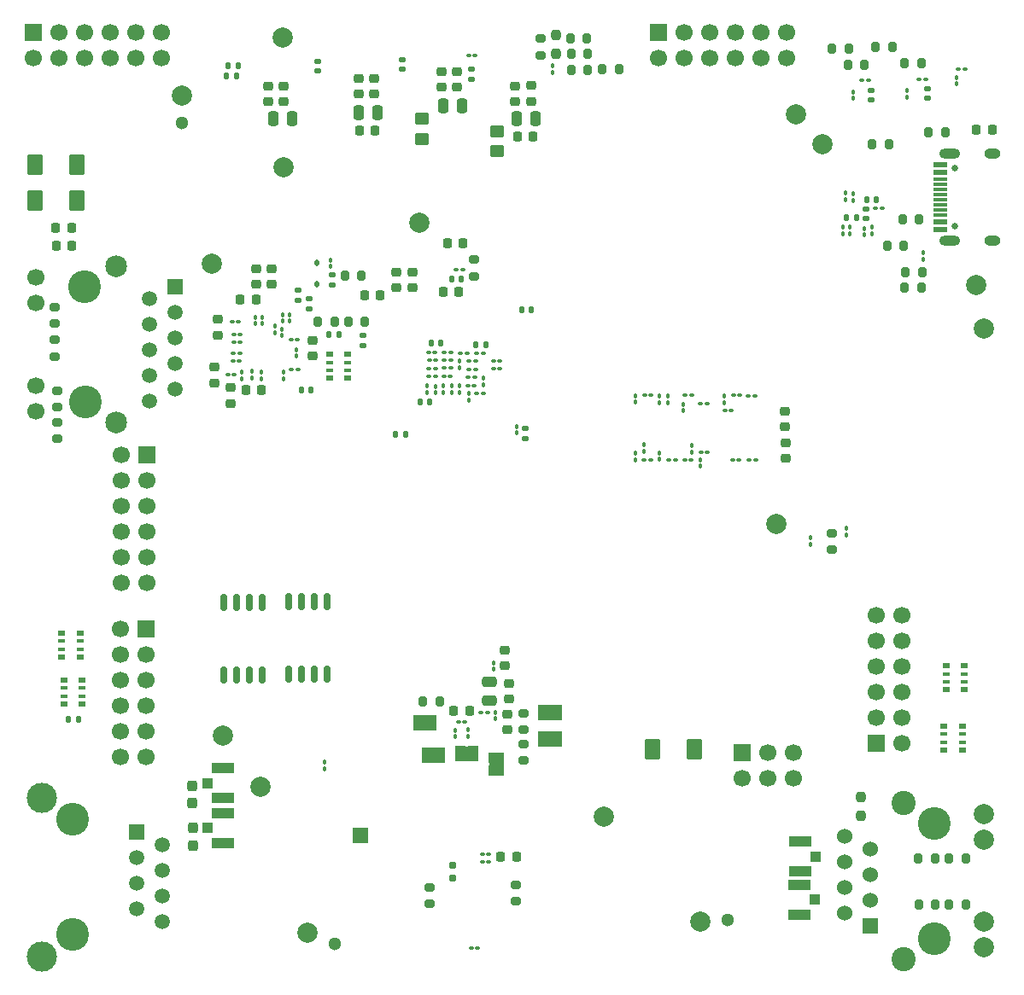
<source format=gbs>
G04 #@! TF.GenerationSoftware,KiCad,Pcbnew,9.0.3-9.0.3-0~ubuntu24.04.1*
G04 #@! TF.CreationDate,2025-08-06T18:11:09+02:00*
G04 #@! TF.ProjectId,acoustic-carrier-board,61636f75-7374-4696-932d-636172726965,rev?*
G04 #@! TF.SameCoordinates,Original*
G04 #@! TF.FileFunction,Soldermask,Bot*
G04 #@! TF.FilePolarity,Negative*
%FSLAX46Y46*%
G04 Gerber Fmt 4.6, Leading zero omitted, Abs format (unit mm)*
G04 Created by KiCad (PCBNEW 9.0.3-9.0.3-0~ubuntu24.04.1) date 2025-08-06 18:11:09*
%MOMM*%
%LPD*%
G01*
G04 APERTURE LIST*
G04 Aperture macros list*
%AMRoundRect*
0 Rectangle with rounded corners*
0 $1 Rounding radius*
0 $2 $3 $4 $5 $6 $7 $8 $9 X,Y pos of 4 corners*
0 Add a 4 corners polygon primitive as box body*
4,1,4,$2,$3,$4,$5,$6,$7,$8,$9,$2,$3,0*
0 Add four circle primitives for the rounded corners*
1,1,$1+$1,$2,$3*
1,1,$1+$1,$4,$5*
1,1,$1+$1,$6,$7*
1,1,$1+$1,$8,$9*
0 Add four rect primitives between the rounded corners*
20,1,$1+$1,$2,$3,$4,$5,0*
20,1,$1+$1,$4,$5,$6,$7,0*
20,1,$1+$1,$6,$7,$8,$9,0*
20,1,$1+$1,$8,$9,$2,$3,0*%
G04 Aperture macros list end*
%ADD10C,2.000000*%
%ADD11C,3.250000*%
%ADD12R,1.500000X1.500000*%
%ADD13C,1.500000*%
%ADD14C,3.000000*%
%ADD15R,1.700000X1.700000*%
%ADD16C,1.700000*%
%ADD17C,1.300000*%
%ADD18C,3.249981*%
%ADD19R,1.524000X1.524000*%
%ADD20C,1.524000*%
%ADD21C,1.999996*%
%ADD22C,2.400046*%
%ADD23R,1.520000X1.520000*%
%ADD24C,1.520000*%
%ADD25C,2.160000*%
%ADD26RoundRect,0.102000X-0.675000X-0.900000X0.675000X-0.900000X0.675000X0.900000X-0.675000X0.900000X0*%
%ADD27RoundRect,0.100000X-0.100000X0.130000X-0.100000X-0.130000X0.100000X-0.130000X0.100000X0.130000X0*%
%ADD28RoundRect,0.250000X-0.250000X-0.475000X0.250000X-0.475000X0.250000X0.475000X-0.250000X0.475000X0*%
%ADD29RoundRect,0.225000X0.250000X-0.225000X0.250000X0.225000X-0.250000X0.225000X-0.250000X-0.225000X0*%
%ADD30R,1.000000X1.500000*%
%ADD31RoundRect,0.100000X0.130000X0.100000X-0.130000X0.100000X-0.130000X-0.100000X0.130000X-0.100000X0*%
%ADD32RoundRect,0.102000X0.675000X0.900000X-0.675000X0.900000X-0.675000X-0.900000X0.675000X-0.900000X0*%
%ADD33RoundRect,0.200000X-0.275000X0.200000X-0.275000X-0.200000X0.275000X-0.200000X0.275000X0.200000X0*%
%ADD34RoundRect,0.100000X-0.130000X-0.100000X0.130000X-0.100000X0.130000X0.100000X-0.130000X0.100000X0*%
%ADD35RoundRect,0.225000X-0.225000X-0.250000X0.225000X-0.250000X0.225000X0.250000X-0.225000X0.250000X0*%
%ADD36RoundRect,0.100000X0.100000X-0.130000X0.100000X0.130000X-0.100000X0.130000X-0.100000X-0.130000X0*%
%ADD37RoundRect,0.218750X0.256250X-0.218750X0.256250X0.218750X-0.256250X0.218750X-0.256250X-0.218750X0*%
%ADD38RoundRect,0.218750X-0.218750X-0.256250X0.218750X-0.256250X0.218750X0.256250X-0.218750X0.256250X0*%
%ADD39RoundRect,0.237500X0.237500X-0.250000X0.237500X0.250000X-0.237500X0.250000X-0.237500X-0.250000X0*%
%ADD40RoundRect,0.200000X0.200000X0.275000X-0.200000X0.275000X-0.200000X-0.275000X0.200000X-0.275000X0*%
%ADD41RoundRect,0.218750X-0.256250X0.218750X-0.256250X-0.218750X0.256250X-0.218750X0.256250X0.218750X0*%
%ADD42C,0.650000*%
%ADD43R,1.450000X0.600000*%
%ADD44R,1.450000X0.300000*%
%ADD45O,1.600000X1.000000*%
%ADD46O,2.100000X1.000000*%
%ADD47RoundRect,0.140000X0.170000X-0.140000X0.170000X0.140000X-0.170000X0.140000X-0.170000X-0.140000X0*%
%ADD48RoundRect,0.225000X-0.250000X0.225000X-0.250000X-0.225000X0.250000X-0.225000X0.250000X0.225000X0*%
%ADD49RoundRect,0.200000X-0.200000X-0.275000X0.200000X-0.275000X0.200000X0.275000X-0.200000X0.275000X0*%
%ADD50RoundRect,0.135000X0.185000X-0.135000X0.185000X0.135000X-0.185000X0.135000X-0.185000X-0.135000X0*%
%ADD51RoundRect,0.237500X0.237500X-0.300000X0.237500X0.300000X-0.237500X0.300000X-0.237500X-0.300000X0*%
%ADD52R,0.800000X0.500000*%
%ADD53R,0.800000X0.400000*%
%ADD54RoundRect,0.135000X-0.135000X-0.185000X0.135000X-0.185000X0.135000X0.185000X-0.135000X0.185000X0*%
%ADD55RoundRect,0.112500X0.112500X-0.187500X0.112500X0.187500X-0.112500X0.187500X-0.112500X-0.187500X0*%
%ADD56RoundRect,0.160000X0.160000X-0.197500X0.160000X0.197500X-0.160000X0.197500X-0.160000X-0.197500X0*%
%ADD57RoundRect,0.200000X0.275000X-0.200000X0.275000X0.200000X-0.275000X0.200000X-0.275000X-0.200000X0*%
%ADD58RoundRect,0.140000X-0.170000X0.140000X-0.170000X-0.140000X0.170000X-0.140000X0.170000X0.140000X0*%
%ADD59RoundRect,0.225000X0.225000X0.250000X-0.225000X0.250000X-0.225000X-0.250000X0.225000X-0.250000X0*%
%ADD60RoundRect,0.140000X-0.140000X-0.170000X0.140000X-0.170000X0.140000X0.170000X-0.140000X0.170000X0*%
%ADD61RoundRect,0.140000X0.140000X0.170000X-0.140000X0.170000X-0.140000X-0.170000X0.140000X-0.170000X0*%
%ADD62RoundRect,0.250000X-0.450000X0.350000X-0.450000X-0.350000X0.450000X-0.350000X0.450000X0.350000X0*%
%ADD63RoundRect,0.162500X-0.162500X0.650000X-0.162500X-0.650000X0.162500X-0.650000X0.162500X0.650000X0*%
%ADD64R,1.050000X1.000000*%
%ADD65R,2.200000X1.050000*%
%ADD66RoundRect,0.250000X0.475000X-0.250000X0.475000X0.250000X-0.475000X0.250000X-0.475000X-0.250000X0*%
%ADD67RoundRect,0.135000X0.135000X0.185000X-0.135000X0.185000X-0.135000X-0.185000X0.135000X-0.185000X0*%
%ADD68R,1.500000X1.000000*%
%ADD69RoundRect,0.135000X-0.185000X0.135000X-0.185000X-0.135000X0.185000X-0.135000X0.185000X0.135000X0*%
G04 APERTURE END LIST*
G36*
X90160000Y-124850000D02*
G01*
X89860000Y-124850000D01*
X89860000Y-126350000D01*
X90160000Y-126350000D01*
X90160000Y-124850000D01*
G37*
G36*
X98110000Y-124850000D02*
G01*
X98410000Y-124850000D01*
X98410000Y-123350000D01*
X98110000Y-123350000D01*
X98110000Y-124850000D01*
G37*
G36*
X98110000Y-122250000D02*
G01*
X98410000Y-122250000D01*
X98410000Y-120750000D01*
X98110000Y-120750000D01*
X98110000Y-122250000D01*
G37*
G36*
X86010000Y-121750000D02*
G01*
X85710000Y-121750000D01*
X85710000Y-123250000D01*
X86010000Y-123250000D01*
X86010000Y-121750000D01*
G37*
G36*
X92210000Y-126450000D02*
G01*
X93710000Y-126450000D01*
X93710000Y-126750000D01*
X92210000Y-126750000D01*
X92210000Y-126450000D01*
G37*
G36*
X86540000Y-126510000D02*
G01*
X86840000Y-126510000D01*
X86840000Y-125010000D01*
X86540000Y-125010000D01*
X86540000Y-126510000D01*
G37*
D10*
X64740000Y-76940000D03*
D11*
X50900000Y-132110000D03*
X50900000Y-143540000D03*
D12*
X57250000Y-133380000D03*
D13*
X59790000Y-134650000D03*
X57250000Y-135920000D03*
X59790000Y-137190000D03*
X57250000Y-138460000D03*
X59790000Y-139730000D03*
X57250000Y-141000000D03*
X59790000Y-142270000D03*
D14*
X47850000Y-129975000D03*
X47850000Y-145675000D03*
D15*
X58250000Y-113220000D03*
D16*
X58250000Y-115760000D03*
X58250000Y-118300000D03*
X58250000Y-120840000D03*
X58250000Y-123380000D03*
X58250000Y-125920000D03*
X55710000Y-113220000D03*
X55710000Y-115760000D03*
X55710000Y-118300000D03*
X55710000Y-120840000D03*
X55710000Y-123380000D03*
X55710000Y-125920000D03*
D15*
X58295000Y-95895000D03*
D16*
X58295000Y-98435000D03*
X58295000Y-100975000D03*
X58295000Y-103515000D03*
X58295000Y-106055000D03*
X58295000Y-108595000D03*
X55755000Y-95895000D03*
X55755000Y-98435000D03*
X55755000Y-100975000D03*
X55755000Y-103515000D03*
X55755000Y-106055000D03*
X55755000Y-108595000D03*
D10*
X125230000Y-65090000D03*
D12*
X79430000Y-133730000D03*
D17*
X61770000Y-62990000D03*
D15*
X47000000Y-54000000D03*
D16*
X47000000Y-56540000D03*
X49540000Y-54000000D03*
X49540000Y-56540000D03*
X52080000Y-54000000D03*
X52080000Y-56540000D03*
X54620000Y-54000000D03*
X54620000Y-56540000D03*
X57160000Y-54000000D03*
X57160000Y-56540000D03*
X59700000Y-54000000D03*
X59700000Y-56540000D03*
D17*
X76950000Y-144420000D03*
D18*
X136355000Y-132480160D03*
X136355000Y-143900000D03*
D19*
X130005000Y-142630000D03*
D20*
X127465000Y-141370160D03*
X130005000Y-140090000D03*
X127465000Y-138830160D03*
X130005000Y-137550000D03*
X127465000Y-136290160D03*
X130005000Y-135010000D03*
X127465000Y-133750160D03*
D21*
X141254914Y-144815162D03*
X141254914Y-142275162D03*
X141254914Y-134104998D03*
X141254914Y-131564998D03*
D22*
X133304968Y-145940128D03*
X133304968Y-130440032D03*
D15*
X109000000Y-54000000D03*
D16*
X109000000Y-56540000D03*
X111540000Y-54000000D03*
X111540000Y-56540000D03*
X114080000Y-54000000D03*
X114080000Y-56540000D03*
X116620000Y-54000000D03*
X116620000Y-56540000D03*
X119160000Y-54000000D03*
X119160000Y-56540000D03*
X121700000Y-54000000D03*
X121700000Y-56540000D03*
D10*
X140540000Y-79100000D03*
X71720000Y-54490000D03*
X85290000Y-72900000D03*
D15*
X130605000Y-124575000D03*
D16*
X130605000Y-122035000D03*
X130605000Y-119495000D03*
X130605000Y-116955000D03*
X130605000Y-114415000D03*
X130605000Y-111875000D03*
X133145000Y-124575000D03*
X133145000Y-122035000D03*
X133145000Y-119495000D03*
X133145000Y-116955000D03*
X133145000Y-114415000D03*
X133145000Y-111875000D03*
D10*
X65870000Y-123800000D03*
X69570000Y-128830000D03*
D11*
X52160000Y-90710000D03*
X52146663Y-79284562D03*
D23*
X61050000Y-79270000D03*
D24*
X58510000Y-80440000D03*
X61050000Y-81810000D03*
X58510000Y-82980000D03*
X61050000Y-84350000D03*
X58510000Y-85520000D03*
X61050000Y-86890000D03*
X58510000Y-88060000D03*
X61050000Y-89430000D03*
X58510000Y-90600000D03*
D16*
X47270000Y-78360000D03*
X47270000Y-80900000D03*
X47270000Y-89080000D03*
X47270000Y-91620000D03*
D25*
X55220000Y-92730000D03*
X55220000Y-77250000D03*
D10*
X103600000Y-131800000D03*
D15*
X117310000Y-125470000D03*
D16*
X117310000Y-128010000D03*
X119850000Y-125470000D03*
X119850000Y-128010000D03*
X122390000Y-125470000D03*
X122390000Y-128010000D03*
D17*
X115890000Y-142100000D03*
D26*
X108445000Y-125180000D03*
X112595000Y-125180000D03*
D27*
X113140000Y-96400000D03*
X113140000Y-97040000D03*
X70960000Y-83150000D03*
X70960000Y-83790000D03*
D28*
X70805000Y-62595000D03*
X72705000Y-62595000D03*
D29*
X79255000Y-60140000D03*
X79255000Y-58590000D03*
D30*
X90660000Y-125600000D03*
X89360000Y-125600000D03*
D31*
X86920000Y-86570000D03*
X86280000Y-86570000D03*
D32*
X51325000Y-70720000D03*
X47175000Y-70720000D03*
D33*
X49370000Y-92675000D03*
X49370000Y-94325000D03*
D34*
X87770000Y-86560000D03*
X88410000Y-86560000D03*
D35*
X93367500Y-135780000D03*
X94917500Y-135780000D03*
D27*
X72460000Y-82010000D03*
X72460000Y-82650000D03*
D29*
X96400000Y-60855000D03*
X96400000Y-59305000D03*
D34*
X87750000Y-88180000D03*
X88390000Y-88180000D03*
D36*
X111500000Y-91560000D03*
X111500000Y-90920000D03*
D37*
X69140000Y-79037500D03*
X69140000Y-77462500D03*
D38*
X140542500Y-63680000D03*
X142117500Y-63680000D03*
D39*
X129060000Y-131712500D03*
X129060000Y-129887500D03*
D34*
X87760000Y-85770000D03*
X88400000Y-85770000D03*
D10*
X141230000Y-83380000D03*
D31*
X73210000Y-84470000D03*
X72570000Y-84470000D03*
D10*
X120722250Y-102810000D03*
X71830000Y-67370000D03*
D27*
X88860000Y-123260000D03*
X88860000Y-123900000D03*
X128290000Y-70030000D03*
X128290000Y-70670000D03*
D31*
X89610000Y-77520000D03*
X88970000Y-77520000D03*
D36*
X128292500Y-60557500D03*
X128292500Y-59917500D03*
D27*
X71710000Y-83480000D03*
X71710000Y-84120000D03*
D40*
X135085000Y-79370000D03*
X133435000Y-79370000D03*
D36*
X135260000Y-76510000D03*
X135260000Y-75870000D03*
D41*
X94185000Y-118582500D03*
X94185000Y-120157500D03*
D42*
X138430000Y-67480000D03*
X138430000Y-73260000D03*
D43*
X136985000Y-67120000D03*
X136985000Y-67920000D03*
D44*
X136985000Y-69120000D03*
X136985000Y-70120000D03*
X136985000Y-70620000D03*
X136985000Y-71620000D03*
D43*
X136985000Y-72820000D03*
X136985000Y-73620000D03*
X136985000Y-73620000D03*
X136985000Y-72820000D03*
D44*
X136985000Y-72120000D03*
X136985000Y-71120000D03*
X136985000Y-69620000D03*
X136985000Y-68620000D03*
D43*
X136985000Y-67920000D03*
X136985000Y-67120000D03*
D45*
X142080000Y-66050000D03*
D46*
X137900000Y-66050000D03*
D45*
X142080000Y-74690000D03*
D46*
X137900000Y-74690000D03*
D47*
X135680000Y-60580000D03*
X135680000Y-59620000D03*
D29*
X121570000Y-93165000D03*
X121570000Y-91615000D03*
D31*
X93270000Y-86610000D03*
X92630000Y-86610000D03*
D35*
X88710000Y-121370000D03*
X90260000Y-121370000D03*
D36*
X68742500Y-88305000D03*
X68742500Y-87665000D03*
X71810000Y-88400000D03*
X71810000Y-87760000D03*
D31*
X108230000Y-96400000D03*
X107590000Y-96400000D03*
D48*
X70660000Y-77465000D03*
X70660000Y-79015000D03*
D49*
X100365002Y-56179999D03*
X102015002Y-56179999D03*
D10*
X74250000Y-143370000D03*
D50*
X79730000Y-85130000D03*
X79730000Y-84110000D03*
D33*
X95660000Y-121575000D03*
X95660000Y-123225000D03*
D40*
X134855000Y-72530000D03*
X133205000Y-72530000D03*
D31*
X112290000Y-90040000D03*
X111650000Y-90040000D03*
D50*
X73240000Y-80630000D03*
X73240000Y-79610000D03*
D36*
X92860000Y-122120000D03*
X92860000Y-121480000D03*
D34*
X87760000Y-87310000D03*
X88400000Y-87310000D03*
D51*
X62810000Y-130472500D03*
X62810000Y-128747500D03*
D47*
X130092500Y-60747500D03*
X130092500Y-59787500D03*
D52*
X137510000Y-119250000D03*
D53*
X137510000Y-118450000D03*
X137510000Y-117650000D03*
D52*
X137510000Y-116850000D03*
X139310000Y-116850000D03*
D53*
X139310000Y-117650000D03*
X139310000Y-118450000D03*
D52*
X139310000Y-119250000D03*
D36*
X67730000Y-88370000D03*
X67730000Y-87730000D03*
D54*
X50470000Y-122140000D03*
X51490000Y-122140000D03*
D34*
X118000000Y-96450000D03*
X118640000Y-96450000D03*
D55*
X75160000Y-78960000D03*
X75160000Y-76860000D03*
D36*
X115520000Y-90750000D03*
X115520000Y-90110000D03*
D52*
X51650000Y-113620000D03*
D53*
X51650000Y-114420000D03*
X51650000Y-115220000D03*
D52*
X51650000Y-116020000D03*
X49850000Y-116020000D03*
D53*
X49850000Y-115220000D03*
X49850000Y-114420000D03*
D52*
X49850000Y-113620000D03*
D56*
X88600000Y-137887500D03*
X88600000Y-136692500D03*
D27*
X109930000Y-90130000D03*
X109930000Y-90770000D03*
D29*
X83010000Y-79335000D03*
X83010000Y-77785000D03*
D57*
X90745000Y-78195000D03*
X90745000Y-76545000D03*
D27*
X94930000Y-93100000D03*
X94930000Y-93740000D03*
D34*
X116360000Y-96430000D03*
X117000000Y-96430000D03*
D36*
X127310000Y-74008000D03*
X127310000Y-73368000D03*
D34*
X66900000Y-84780000D03*
X67540000Y-84780000D03*
D58*
X75255000Y-56905000D03*
X75255000Y-57865000D03*
D34*
X66822500Y-86585000D03*
X67462500Y-86585000D03*
D40*
X79545000Y-78150000D03*
X77895000Y-78150000D03*
X139480000Y-135960000D03*
X137830000Y-135960000D03*
D29*
X65342500Y-84060000D03*
X65342500Y-82510000D03*
D31*
X86880000Y-87410000D03*
X86240000Y-87410000D03*
D40*
X139480000Y-140510000D03*
X137830000Y-140510000D03*
D27*
X109120000Y-90125000D03*
X109120000Y-90765000D03*
D59*
X81400000Y-80130000D03*
X79850000Y-80130000D03*
D36*
X86890000Y-89765000D03*
X86890000Y-89125000D03*
X106690000Y-96430000D03*
X106690000Y-95790000D03*
X91660000Y-88990000D03*
X91660000Y-88350000D03*
D40*
X137445000Y-63920000D03*
X135795000Y-63920000D03*
D58*
X95780000Y-93340000D03*
X95780000Y-94300000D03*
D31*
X90860000Y-87450000D03*
X90220000Y-87450000D03*
D36*
X92630000Y-117220000D03*
X92630000Y-116580000D03*
D27*
X73142500Y-85510000D03*
X73142500Y-86150000D03*
D30*
X97610000Y-124100000D03*
X98910000Y-124100000D03*
D27*
X71730000Y-82010000D03*
X71730000Y-82650000D03*
D31*
X73262500Y-87485000D03*
X72622500Y-87485000D03*
D60*
X90930000Y-85000000D03*
X91890000Y-85000000D03*
D61*
X86310000Y-90700000D03*
X85350000Y-90700000D03*
D49*
X133485000Y-77810000D03*
X135135000Y-77810000D03*
D52*
X78230000Y-85950000D03*
D53*
X78230000Y-86750000D03*
X78230000Y-87550000D03*
D52*
X78230000Y-88350000D03*
X76430000Y-88350000D03*
D53*
X76430000Y-87550000D03*
X76430000Y-86750000D03*
D52*
X76430000Y-85950000D03*
D31*
X90845000Y-56350000D03*
X90205000Y-56350000D03*
D34*
X91440000Y-121470000D03*
X92080000Y-121470000D03*
D30*
X97610000Y-121500000D03*
X98910000Y-121500000D03*
D40*
X136430000Y-135960000D03*
X134780000Y-135960000D03*
D61*
X87430000Y-84870000D03*
X86470000Y-84870000D03*
D62*
X93040000Y-63820000D03*
X93040000Y-65820000D03*
D29*
X87505000Y-59440000D03*
X87505000Y-57890000D03*
D31*
X86860000Y-85750000D03*
X86220000Y-85750000D03*
X92187500Y-135580000D03*
X91547500Y-135580000D03*
D61*
X128610000Y-72420000D03*
X127650000Y-72420000D03*
D27*
X89320000Y-86640000D03*
X89320000Y-87280000D03*
D57*
X49150000Y-86155000D03*
X49150000Y-84505000D03*
D27*
X90160000Y-123235000D03*
X90160000Y-123875000D03*
D63*
X65940000Y-110582500D03*
X67210000Y-110582500D03*
X68480000Y-110582500D03*
X69750000Y-110582500D03*
X69750000Y-117757500D03*
X68480000Y-117757500D03*
X67210000Y-117757500D03*
X65940000Y-117757500D03*
D64*
X124580000Y-135780160D03*
D65*
X123055000Y-137255160D03*
X123055000Y-134305160D03*
D64*
X64317500Y-128520000D03*
D65*
X65842500Y-127045000D03*
X65842500Y-129995000D03*
D61*
X67150000Y-58360000D03*
X66190000Y-58360000D03*
D40*
X133335000Y-75188000D03*
X131685000Y-75188000D03*
D38*
X49252500Y-73410000D03*
X50827500Y-73410000D03*
D48*
X74700000Y-84575000D03*
X74700000Y-86125000D03*
D31*
X113840000Y-90850000D03*
X113200000Y-90850000D03*
D48*
X94060000Y-121650000D03*
X94060000Y-123200000D03*
D31*
X112250000Y-96410000D03*
X111610000Y-96410000D03*
X131150000Y-71460000D03*
X130510000Y-71460000D03*
D27*
X90200000Y-89860000D03*
X90200000Y-90500000D03*
D31*
X90870000Y-86650000D03*
X90230000Y-86650000D03*
D28*
X94955000Y-62615000D03*
X96855000Y-62615000D03*
D34*
X90980000Y-89800000D03*
X91620000Y-89800000D03*
D36*
X88510000Y-89730000D03*
X88510000Y-89090000D03*
D66*
X92285000Y-120320000D03*
X92285000Y-118420000D03*
D30*
X86510000Y-122500000D03*
X85210000Y-122500000D03*
D27*
X69742500Y-82265000D03*
X69742500Y-82905000D03*
D49*
X130545000Y-55490000D03*
X132195000Y-55490000D03*
D36*
X69642500Y-88385000D03*
X69642500Y-87745000D03*
D52*
X51850000Y-118260000D03*
D53*
X51850000Y-119060000D03*
X51850000Y-119860000D03*
D52*
X51850000Y-120660000D03*
X50050000Y-120660000D03*
D53*
X50050000Y-119860000D03*
X50050000Y-119060000D03*
D52*
X50050000Y-118260000D03*
D31*
X90020000Y-85850000D03*
X89380000Y-85850000D03*
D33*
X95660000Y-124635000D03*
X95660000Y-126285000D03*
D67*
X67380000Y-57360000D03*
X66360000Y-57360000D03*
D41*
X64990000Y-87230000D03*
X64990000Y-88805000D03*
D33*
X126172250Y-103680000D03*
X126172250Y-105330000D03*
D51*
X62860000Y-134672500D03*
X62860000Y-132947500D03*
D49*
X134805000Y-140510000D03*
X136455000Y-140510000D03*
D29*
X84590000Y-79335000D03*
X84590000Y-77785000D03*
D67*
X77310000Y-84020000D03*
X76290000Y-84020000D03*
D33*
X86330000Y-138825000D03*
X86330000Y-140475000D03*
D31*
X113860000Y-95650000D03*
X113220000Y-95650000D03*
D36*
X138567500Y-59132500D03*
X138567500Y-58492500D03*
D34*
X89165000Y-122470000D03*
X89805000Y-122470000D03*
D39*
X98840000Y-56100000D03*
X98840000Y-54275000D03*
D27*
X69042500Y-82265000D03*
X69042500Y-82905000D03*
D32*
X51330000Y-67180000D03*
X47180000Y-67180000D03*
D62*
X85580000Y-62600000D03*
X85580000Y-64600000D03*
D31*
X92167500Y-136280000D03*
X91527500Y-136280000D03*
D49*
X78265000Y-82700000D03*
X79915000Y-82700000D03*
D29*
X94820000Y-60885000D03*
X94820000Y-59335000D03*
D31*
X129812500Y-58767500D03*
X129172500Y-58767500D03*
D36*
X128010000Y-73988000D03*
X128010000Y-73348000D03*
X124072250Y-104825000D03*
X124072250Y-104185000D03*
D31*
X86895000Y-88160000D03*
X86255000Y-88160000D03*
D10*
X122660000Y-62130000D03*
D37*
X66550000Y-90827500D03*
X66550000Y-89252500D03*
D27*
X109090000Y-95750000D03*
X109090000Y-96390000D03*
D33*
X49410000Y-89565000D03*
X49410000Y-91215000D03*
D49*
X100365002Y-57779999D03*
X102015002Y-57779999D03*
D34*
X66867500Y-85885000D03*
X67507500Y-85885000D03*
X117940000Y-90070000D03*
X118580000Y-90070000D03*
D31*
X135500000Y-58700000D03*
X134860000Y-58700000D03*
D68*
X92960000Y-125950000D03*
X92960000Y-127250000D03*
D61*
X89440000Y-78470000D03*
X88480000Y-78470000D03*
D38*
X49302500Y-75160000D03*
X50877500Y-75160000D03*
D57*
X49110000Y-82915000D03*
X49110000Y-81265000D03*
D31*
X90760000Y-89050000D03*
X90120000Y-89050000D03*
D59*
X69107500Y-80485000D03*
X67557500Y-80485000D03*
D34*
X90980000Y-85870000D03*
X91620000Y-85870000D03*
D29*
X70355000Y-60870000D03*
X70355000Y-59320000D03*
X89005000Y-59440000D03*
X89005000Y-57890000D03*
D34*
X116420000Y-90040000D03*
X117060000Y-90040000D03*
D61*
X130590000Y-70608000D03*
X129630000Y-70608000D03*
D58*
X83567500Y-56735000D03*
X83567500Y-57695000D03*
D69*
X76630000Y-78100000D03*
X76630000Y-79120000D03*
D29*
X80855000Y-60140000D03*
X80855000Y-58590000D03*
D36*
X86100000Y-89730000D03*
X86100000Y-89090000D03*
D40*
X131855000Y-65120000D03*
X130205000Y-65120000D03*
D47*
X129610000Y-72468000D03*
X129610000Y-71508000D03*
D31*
X139387500Y-57687500D03*
X138747500Y-57687500D03*
D34*
X115580000Y-91510000D03*
X116220000Y-91510000D03*
X66722500Y-82685000D03*
X67362500Y-82685000D03*
D49*
X103445000Y-57660000D03*
X105095000Y-57660000D03*
D28*
X87655000Y-61265000D03*
X89555000Y-61265000D03*
D49*
X127805000Y-57210000D03*
X129455000Y-57210000D03*
D63*
X72380000Y-110512500D03*
X73650000Y-110512500D03*
X74920000Y-110512500D03*
X76190000Y-110512500D03*
X76190000Y-117687500D03*
X74920000Y-117687500D03*
X73650000Y-117687500D03*
X72380000Y-117687500D03*
D61*
X96420000Y-81570000D03*
X95460000Y-81570000D03*
D27*
X75935000Y-126435000D03*
X75935000Y-127075000D03*
D49*
X75235000Y-82730000D03*
X76885000Y-82730000D03*
D35*
X95045000Y-64370000D03*
X96595000Y-64370000D03*
D36*
X133655000Y-60420000D03*
X133655000Y-59780000D03*
D29*
X93785000Y-116845000D03*
X93785000Y-115295000D03*
D36*
X106750000Y-90720000D03*
X106750000Y-90080000D03*
D31*
X90770000Y-88260000D03*
X90130000Y-88260000D03*
D34*
X66322500Y-87985000D03*
X66962500Y-87985000D03*
D49*
X133430000Y-57100000D03*
X135080000Y-57100000D03*
D36*
X87700000Y-89720000D03*
X87700000Y-89080000D03*
D49*
X126205000Y-55660000D03*
X127855000Y-55660000D03*
D61*
X74580000Y-89500000D03*
X73620000Y-89500000D03*
D36*
X89250000Y-89725000D03*
X89250000Y-89085000D03*
D34*
X66920000Y-84030000D03*
X67560000Y-84030000D03*
D40*
X101930000Y-54620000D03*
X100280000Y-54620000D03*
D36*
X112350000Y-95660000D03*
X112350000Y-95020000D03*
D29*
X71855000Y-60870000D03*
X71855000Y-59320000D03*
D27*
X98490002Y-57339999D03*
X98490002Y-57979999D03*
D36*
X129410000Y-74108000D03*
X129410000Y-73468000D03*
D38*
X88075000Y-74910000D03*
X89650000Y-74910000D03*
D61*
X83920000Y-93860000D03*
X82960000Y-93860000D03*
D64*
X124530000Y-140080160D03*
D65*
X123005000Y-141555160D03*
X123005000Y-138605160D03*
D49*
X85665000Y-120430000D03*
X87315000Y-120430000D03*
D64*
X64305000Y-132960000D03*
D65*
X65830000Y-131485000D03*
X65830000Y-134435000D03*
D31*
X91090000Y-144860000D03*
X90450000Y-144860000D03*
D52*
X137330000Y-125260000D03*
D53*
X137330000Y-124460000D03*
X137330000Y-123660000D03*
D52*
X137330000Y-122860000D03*
X139130000Y-122860000D03*
D53*
X139130000Y-123660000D03*
X139130000Y-124460000D03*
D52*
X139130000Y-125260000D03*
D27*
X127602250Y-103225000D03*
X127602250Y-103865000D03*
X127530000Y-69960000D03*
X127530000Y-70600000D03*
D35*
X68095000Y-89500000D03*
X69645000Y-89500000D03*
D48*
X121600000Y-94755000D03*
X121600000Y-96305000D03*
D36*
X107560000Y-95570000D03*
X107560000Y-94930000D03*
X130210000Y-73988000D03*
X130210000Y-73348000D03*
X76530000Y-77230000D03*
X76530000Y-76590000D03*
D59*
X89205000Y-79800000D03*
X87655000Y-79800000D03*
D33*
X94910000Y-138605000D03*
X94910000Y-140255000D03*
D31*
X110670000Y-96430000D03*
X110030000Y-96430000D03*
D35*
X79355000Y-63720000D03*
X80905000Y-63720000D03*
D10*
X113160000Y-142260000D03*
D33*
X97310000Y-54625000D03*
X97310000Y-56275000D03*
D50*
X74380000Y-81470000D03*
X74380000Y-80450000D03*
D10*
X61770000Y-60280000D03*
D31*
X108260000Y-90030000D03*
X107620000Y-90030000D03*
D58*
X90430000Y-57685000D03*
X90430000Y-58645000D03*
D28*
X79270000Y-61970000D03*
X81170000Y-61970000D03*
D31*
X93270000Y-87380000D03*
X92630000Y-87380000D03*
D30*
X86040000Y-125760000D03*
X87340000Y-125760000D03*
M02*

</source>
